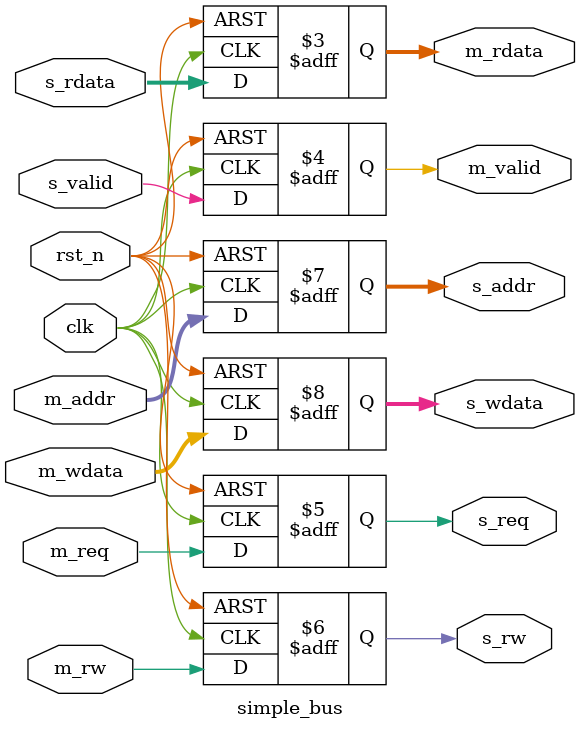
<source format=v>
`timescale 1ns / 1ps


module simple_bus (
    input  wire       clk,
    input  wire       rst_n,
    // Master interface
    input  wire       m_req,
    input  wire       m_rw,   // 1: read, 0: write
    input  wire [7:0] m_addr,
    input  wire [7:0] m_wdata,
    output reg  [7:0] m_rdata,
    output reg        m_valid,
    // Slave interface
    output reg        s_req,
    output reg        s_rw,   // 1: read, 0: write
    output reg  [7:0] s_addr,
    output reg  [7:0] s_wdata,
    input  wire [7:0] s_rdata,
    input  wire       s_valid
);

    // Bus control logic
    always @(posedge clk or negedge rst_n) begin
        if (!rst_n) begin
            s_req   <= 1'b0;
            s_rw    <= 1'b0;
            s_addr  <= 8'h0;
            s_wdata <= 8'h0;
            m_rdata <= 8'h0;
            m_valid <= 1'b0;
        end
        else begin
            // Forward master request to slave
            s_req   <= m_req;
            s_rw    <= m_rw;
            s_addr  <= m_addr;
            s_wdata <= m_wdata;
            
            // Forward slave response to master
            m_rdata <= s_rdata;
            m_valid <= s_valid;
        end
    end

endmodule

</source>
